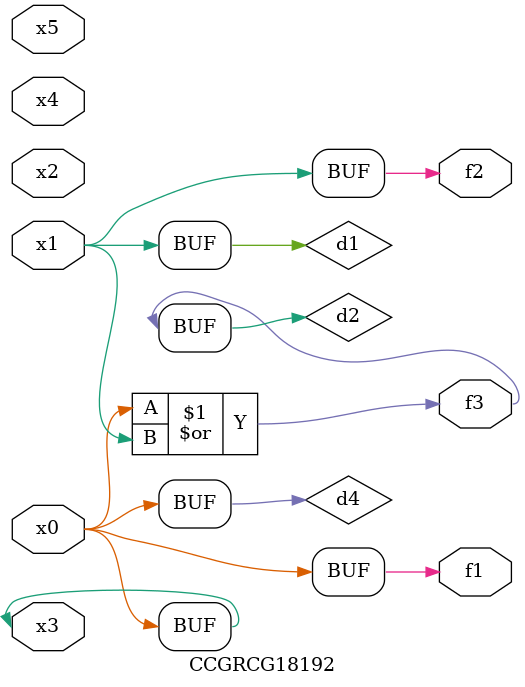
<source format=v>
module CCGRCG18192(
	input x0, x1, x2, x3, x4, x5,
	output f1, f2, f3
);

	wire d1, d2, d3, d4;

	and (d1, x1);
	or (d2, x0, x1);
	nand (d3, x0, x5);
	buf (d4, x0, x3);
	assign f1 = d4;
	assign f2 = d1;
	assign f3 = d2;
endmodule

</source>
